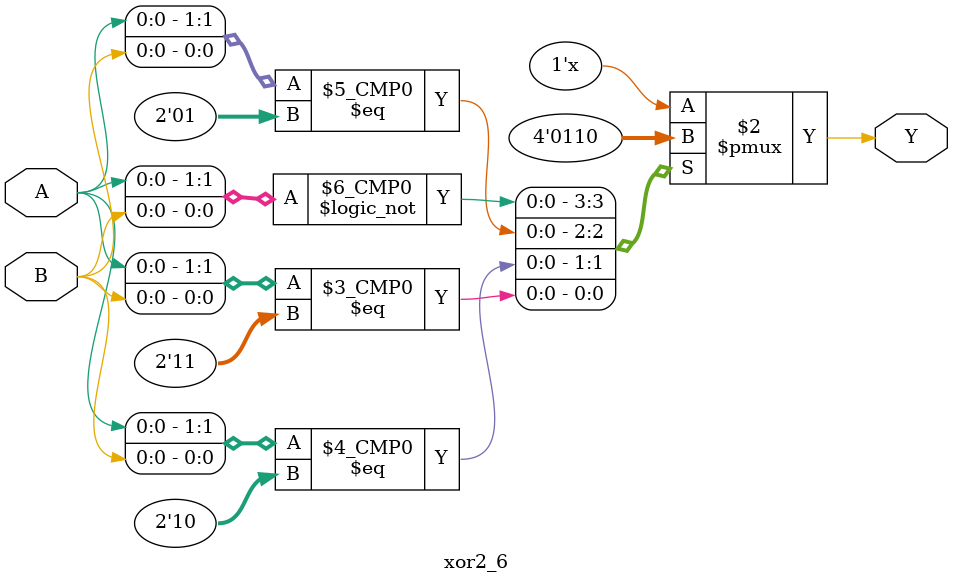
<source format=sv>
module xor2_6 (
    input wire A, B,
    output reg Y
);
    always @(A or B) begin
        case ({A, B})
            2'b00: Y = 0;
            2'b01: Y = 1;
            2'b10: Y = 1;
            2'b11: Y = 0;
            default: Y = 0;
        endcase
    end
endmodule

</source>
